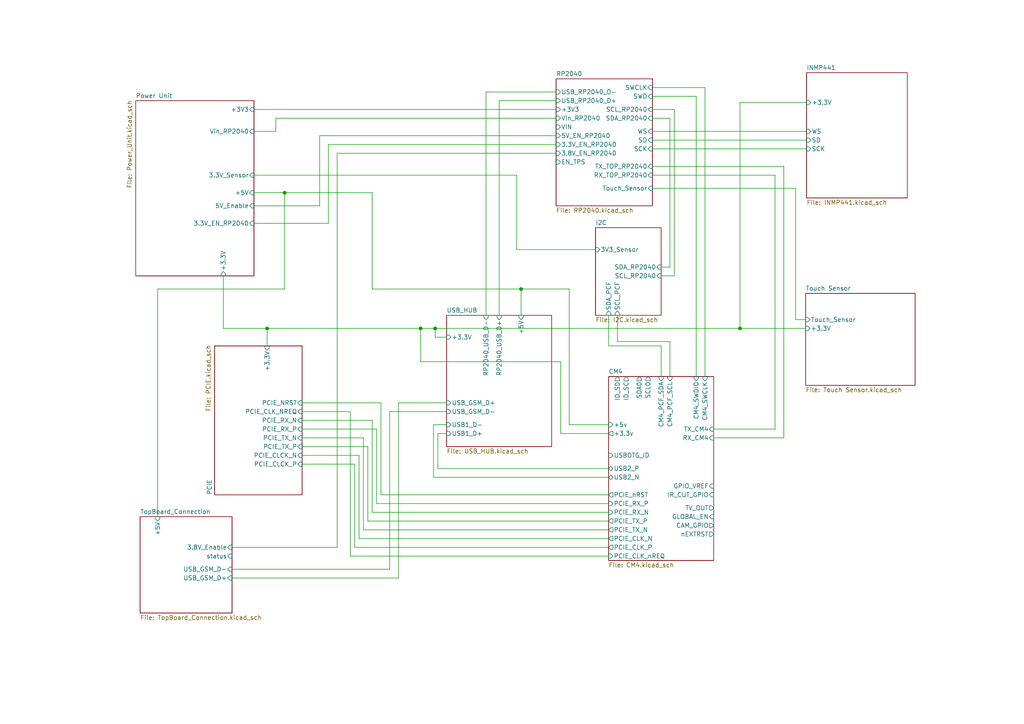
<source format=kicad_sch>
(kicad_sch
	(version 20231120)
	(generator "eeschema")
	(generator_version "8.0")
	(uuid "25e5aa8e-2696-44a3-8d3c-c2c53f2923cf")
	(paper "A4")
	(title_block
		(title "CamTracker")
		(date "2022-09-20")
		(rev "REV1")
		(company "SmartEQ Bilisim")
	)
	(lib_symbols)
	(junction
		(at 121.9908 95.25)
		(diameter 0)
		(color 0 0 0 0)
		(uuid "3de310e4-efe2-4d6e-9457-cac5d57ba030")
	)
	(junction
		(at 77.47 95.25)
		(diameter 0)
		(color 0 0 0 0)
		(uuid "42ee1a36-6b96-4057-8f9b-30a2b9dadc54")
	)
	(junction
		(at 82.55 55.88)
		(diameter 0)
		(color 0 0 0 0)
		(uuid "43651d21-71de-4ae8-b0b8-1ff6ea5b9b28")
	)
	(junction
		(at 214.63 95.25)
		(diameter 0)
		(color 0 0 0 0)
		(uuid "a022223e-0dd0-4803-8445-d7abdcdea753")
	)
	(junction
		(at 151.13 83.82)
		(diameter 0)
		(color 0 0 0 0)
		(uuid "b44ec770-8b28-49a1-9139-f70a9ef8385d")
	)
	(junction
		(at 126.2231 95.25)
		(diameter 0)
		(color 0 0 0 0)
		(uuid "c09a1748-6fe3-4a62-996f-185136caf6b9")
	)
	(wire
		(pts
			(xy 101.6 119.38) (xy 87.63 119.38)
		)
		(stroke
			(width 0)
			(type default)
		)
		(uuid "03f519bb-7c62-4b6b-a2f2-c60882545b17")
	)
	(wire
		(pts
			(xy 110.49 116.84) (xy 87.63 116.84)
		)
		(stroke
			(width 0)
			(type default)
		)
		(uuid "05415c3b-03b0-4c69-97c0-3c855838e16e")
	)
	(wire
		(pts
			(xy 113.03 119.38) (xy 129.54 119.38)
		)
		(stroke
			(width 0)
			(type default)
		)
		(uuid "0846c369-15df-42a1-99e1-476fcf0e5378")
	)
	(wire
		(pts
			(xy 67.31 165.1) (xy 113.03 165.1)
		)
		(stroke
			(width 0)
			(type default)
		)
		(uuid "0886d2ec-bc64-4e34-b033-f9174ff7204b")
	)
	(wire
		(pts
			(xy 189.23 27.94) (xy 201.93 27.94)
		)
		(stroke
			(width 0)
			(type default)
		)
		(uuid "09a84b52-4e71-4e98-a7df-a91449300631")
	)
	(wire
		(pts
			(xy 176.53 143.51) (xy 110.49 143.51)
		)
		(stroke
			(width 0)
			(type default)
		)
		(uuid "09b5f30c-a1a6-4361-855d-14f2db929778")
	)
	(wire
		(pts
			(xy 195.58 80.01) (xy 195.58 31.75)
		)
		(stroke
			(width 0)
			(type default)
		)
		(uuid "0c8c1ea5-fe8a-4bf5-8a70-64c4d50f7e43")
	)
	(wire
		(pts
			(xy 189.23 43.18) (xy 233.934 43.18)
		)
		(stroke
			(width 0)
			(type default)
		)
		(uuid "0dee9125-44f2-467d-b6da-d7f7aadb9447")
	)
	(wire
		(pts
			(xy 125.73 123.19) (xy 129.54 123.19)
		)
		(stroke
			(width 0)
			(type default)
		)
		(uuid "0e921fad-7ac7-4abc-9220-a4fcbfbe3081")
	)
	(wire
		(pts
			(xy 97.79 44.45) (xy 161.29 44.45)
		)
		(stroke
			(width 0)
			(type default)
		)
		(uuid "10051d31-88ed-4419-9b3f-48785e0d52de")
	)
	(wire
		(pts
			(xy 77.47 95.25) (xy 77.47 100.33)
		)
		(stroke
			(width 0)
			(type default)
		)
		(uuid "1174824b-c058-47fc-8ca6-1778fbf78a84")
	)
	(wire
		(pts
			(xy 176.53 148.59) (xy 107.95 148.59)
		)
		(stroke
			(width 0)
			(type default)
		)
		(uuid "123389bb-e212-44a2-9c85-0d3c0638195f")
	)
	(wire
		(pts
			(xy 194.31 109.22) (xy 194.31 99.06)
		)
		(stroke
			(width 0)
			(type default)
		)
		(uuid "12415896-c7d5-4919-b2d2-1df50f615941")
	)
	(wire
		(pts
			(xy 97.79 158.75) (xy 67.31 158.75)
		)
		(stroke
			(width 0)
			(type default)
		)
		(uuid "1625ddf4-9833-4894-899a-1d4af2723184")
	)
	(wire
		(pts
			(xy 106.68 129.54) (xy 87.63 129.54)
		)
		(stroke
			(width 0)
			(type default)
		)
		(uuid "18677b1a-f0d1-4c02-b214-51260999e6d1")
	)
	(wire
		(pts
			(xy 214.63 95.25) (xy 233.68 95.25)
		)
		(stroke
			(width 0)
			(type default)
		)
		(uuid "18ffaaf6-c5f0-44c1-867c-494487439b3d")
	)
	(wire
		(pts
			(xy 162.6437 104.9075) (xy 122.0316 104.9075)
		)
		(stroke
			(width 0)
			(type default)
		)
		(uuid "19ae3fc9-3e25-4212-9f1a-c06655b6fe47")
	)
	(wire
		(pts
			(xy 92.71 39.37) (xy 161.29 39.37)
		)
		(stroke
			(width 0)
			(type default)
		)
		(uuid "1a8fdd25-3caf-4724-a535-70c5893d89cf")
	)
	(wire
		(pts
			(xy 151.13 83.82) (xy 107.95 83.82)
		)
		(stroke
			(width 0)
			(type default)
		)
		(uuid "1ab3020c-7b52-44e1-9025-dd006e65598f")
	)
	(wire
		(pts
			(xy 189.23 38.1) (xy 233.934 38.1)
		)
		(stroke
			(width 0)
			(type default)
		)
		(uuid "1bbd0120-a48e-4178-a35f-6fc43b1d1fce")
	)
	(wire
		(pts
			(xy 45.72 83.82) (xy 82.55 83.82)
		)
		(stroke
			(width 0)
			(type default)
		)
		(uuid "1bf69e9d-58c8-4a9f-be22-2c5d0085652e")
	)
	(wire
		(pts
			(xy 115.57 116.84) (xy 129.54 116.84)
		)
		(stroke
			(width 0)
			(type default)
		)
		(uuid "1f73fafd-71f5-4366-887b-988e7f50ad5c")
	)
	(wire
		(pts
			(xy 161.29 34.29) (xy 80.01 34.29)
		)
		(stroke
			(width 0)
			(type default)
		)
		(uuid "2110574b-70bf-494c-949d-842d9fd2e86a")
	)
	(wire
		(pts
			(xy 127 135.89) (xy 127 125.73)
		)
		(stroke
			(width 0)
			(type default)
		)
		(uuid "21c04af6-a427-4947-b590-16f6e78f7505")
	)
	(wire
		(pts
			(xy 126.2231 97.79) (xy 129.54 97.79)
		)
		(stroke
			(width 0)
			(type default)
		)
		(uuid "25dcc88a-e196-485e-b78f-7e4fa9de8ee9")
	)
	(wire
		(pts
			(xy 95.25 41.91) (xy 161.29 41.91)
		)
		(stroke
			(width 0)
			(type default)
		)
		(uuid "2708e682-685b-42c2-8c28-c202941ad212")
	)
	(wire
		(pts
			(xy 126.2231 95.25) (xy 214.63 95.25)
		)
		(stroke
			(width 0)
			(type default)
		)
		(uuid "279b217d-df59-40dc-9190-7d8d9933ad5b")
	)
	(wire
		(pts
			(xy 82.55 83.82) (xy 82.55 55.88)
		)
		(stroke
			(width 0)
			(type default)
		)
		(uuid "2a9c27fc-85b9-4c7c-bc0c-253df9945804")
	)
	(wire
		(pts
			(xy 92.71 59.69) (xy 92.71 39.37)
		)
		(stroke
			(width 0)
			(type default)
		)
		(uuid "2e682f21-99e8-4895-9a3b-c75a989b2055")
	)
	(wire
		(pts
			(xy 176.53 125.73) (xy 162.6437 125.73)
		)
		(stroke
			(width 0)
			(type default)
		)
		(uuid "2fe550b9-6135-4770-be68-1e0999659d95")
	)
	(wire
		(pts
			(xy 64.77 95.25) (xy 77.47 95.25)
		)
		(stroke
			(width 0)
			(type default)
		)
		(uuid "30dad837-1f1b-4ee4-9e86-f2fa34e689be")
	)
	(wire
		(pts
			(xy 176.53 161.29) (xy 101.6 161.29)
		)
		(stroke
			(width 0)
			(type default)
		)
		(uuid "31eb1b74-fc1f-4166-98ac-da2052d1ac07")
	)
	(wire
		(pts
			(xy 194.31 99.06) (xy 179.07 99.06)
		)
		(stroke
			(width 0)
			(type default)
		)
		(uuid "35319e9e-474a-4451-8fbb-699259edf642")
	)
	(wire
		(pts
			(xy 189.23 31.75) (xy 195.58 31.75)
		)
		(stroke
			(width 0)
			(type default)
		)
		(uuid "36afa14e-f150-40e6-8bae-8c450590c0b4")
	)
	(wire
		(pts
			(xy 127 135.89) (xy 176.53 135.89)
		)
		(stroke
			(width 0)
			(type default)
		)
		(uuid "387e9f6b-3ffd-48b9-b3b4-7d047a52992c")
	)
	(wire
		(pts
			(xy 109.22 124.46) (xy 87.63 124.46)
		)
		(stroke
			(width 0)
			(type default)
		)
		(uuid "403d6e52-f7b3-43da-942e-614925838c47")
	)
	(wire
		(pts
			(xy 73.66 59.69) (xy 92.71 59.69)
		)
		(stroke
			(width 0)
			(type default)
		)
		(uuid "40ab7f4c-9404-4ac2-ab8e-7a90f485b8fd")
	)
	(wire
		(pts
			(xy 176.53 91.44) (xy 176.53 100.33)
		)
		(stroke
			(width 0)
			(type default)
		)
		(uuid "40fa41cb-b56f-44f8-a7ab-c73c5494d120")
	)
	(wire
		(pts
			(xy 194.31 77.47) (xy 191.77 77.47)
		)
		(stroke
			(width 0)
			(type default)
		)
		(uuid "447b1905-adba-477e-a4c9-9e194c43fa32")
	)
	(wire
		(pts
			(xy 140.97 26.67) (xy 161.29 26.67)
		)
		(stroke
			(width 0)
			(type default)
		)
		(uuid "49de4cb9-e192-4350-8a5a-8b1e1b64c762")
	)
	(wire
		(pts
			(xy 107.95 148.59) (xy 107.95 121.92)
		)
		(stroke
			(width 0)
			(type default)
		)
		(uuid "4aabaf2e-be22-4bff-84dc-d7335c2e2202")
	)
	(wire
		(pts
			(xy 106.68 151.13) (xy 106.68 129.54)
		)
		(stroke
			(width 0)
			(type default)
		)
		(uuid "4b4f0b7f-1806-40ee-8fab-8e861305d2d5")
	)
	(wire
		(pts
			(xy 189.23 40.64) (xy 233.934 40.64)
		)
		(stroke
			(width 0)
			(type default)
		)
		(uuid "4c7f4fef-ee5d-4595-8fe9-d13fe702b5b6")
	)
	(wire
		(pts
			(xy 82.55 55.88) (xy 73.66 55.88)
		)
		(stroke
			(width 0)
			(type default)
		)
		(uuid "507bde0d-26c0-4424-98b0-45e23955f05a")
	)
	(wire
		(pts
			(xy 176.53 100.33) (xy 191.77 100.33)
		)
		(stroke
			(width 0)
			(type default)
		)
		(uuid "5118639c-d8cb-44e4-ac88-c755012eb7b2")
	)
	(wire
		(pts
			(xy 207.01 127) (xy 227.33 127)
		)
		(stroke
			(width 0)
			(type default)
		)
		(uuid "514ccd4a-d3bd-4267-a22a-62809d3a8a31")
	)
	(wire
		(pts
			(xy 101.6 161.29) (xy 101.6 119.38)
		)
		(stroke
			(width 0)
			(type default)
		)
		(uuid "51a062b5-d1e2-4b24-b439-df8d85bb31b5")
	)
	(wire
		(pts
			(xy 73.66 64.77) (xy 95.25 64.77)
		)
		(stroke
			(width 0)
			(type default)
		)
		(uuid "5556bca5-8d49-4fcd-9adf-20b755c799fe")
	)
	(wire
		(pts
			(xy 67.31 167.64) (xy 115.57 167.64)
		)
		(stroke
			(width 0)
			(type default)
		)
		(uuid "5711e66d-bb5f-45b8-9808-34d2985e2ed6")
	)
	(wire
		(pts
			(xy 121.9908 95.25) (xy 126.2231 95.25)
		)
		(stroke
			(width 0)
			(type default)
		)
		(uuid "57b32829-59d6-403c-be63-0d965700b112")
	)
	(wire
		(pts
			(xy 64.77 80.01) (xy 64.77 95.25)
		)
		(stroke
			(width 0)
			(type default)
		)
		(uuid "5a2fbec4-8f1f-4e20-8c6c-051c3c69c001")
	)
	(wire
		(pts
			(xy 107.95 55.88) (xy 82.55 55.88)
		)
		(stroke
			(width 0)
			(type default)
		)
		(uuid "5f357612-97cb-4e2a-b5b4-f32b0f7b7c2c")
	)
	(wire
		(pts
			(xy 201.93 27.94) (xy 201.93 109.22)
		)
		(stroke
			(width 0)
			(type default)
		)
		(uuid "5ff28785-4594-45e5-8438-f9f24231d21a")
	)
	(wire
		(pts
			(xy 176.53 153.67) (xy 105.41 153.67)
		)
		(stroke
			(width 0)
			(type default)
		)
		(uuid "60bf2342-c4b7-4de6-8626-4f941754047a")
	)
	(wire
		(pts
			(xy 233.934 29.718) (xy 214.63 29.718)
		)
		(stroke
			(width 0)
			(type default)
		)
		(uuid "6354635d-95be-4544-a577-3f5b349b50e2")
	)
	(wire
		(pts
			(xy 104.14 132.08) (xy 87.63 132.08)
		)
		(stroke
			(width 0)
			(type default)
		)
		(uuid "643b3f92-190d-4c85-a1c8-02607902dcb0")
	)
	(wire
		(pts
			(xy 194.31 34.29) (xy 194.31 77.47)
		)
		(stroke
			(width 0)
			(type default)
		)
		(uuid "65b7a8d7-e49d-432a-b4cc-23092a11d9e7")
	)
	(wire
		(pts
			(xy 224.79 50.8) (xy 224.79 124.46)
		)
		(stroke
			(width 0)
			(type default)
		)
		(uuid "66910d01-b7b2-4c64-9b7d-627a5fd9c3da")
	)
	(wire
		(pts
			(xy 140.97 26.67) (xy 140.97 91.44)
		)
		(stroke
			(width 0)
			(type default)
		)
		(uuid "67d85d14-f41e-4947-a5de-ef23bd21f100")
	)
	(wire
		(pts
			(xy 151.13 91.44) (xy 151.13 83.82)
		)
		(stroke
			(width 0)
			(type default)
		)
		(uuid "6b67c7e0-0512-483e-84c4-d3be6e2b9557")
	)
	(wire
		(pts
			(xy 73.66 50.8) (xy 149.86 50.8)
		)
		(stroke
			(width 0)
			(type default)
		)
		(uuid "6ebe907a-f7ce-4054-b7cc-56cb23fe31f0")
	)
	(wire
		(pts
			(xy 162.6437 125.73) (xy 162.6437 104.9075)
		)
		(stroke
			(width 0)
			(type default)
		)
		(uuid "708d2a01-bed7-435f-9e55-4719af8a132f")
	)
	(wire
		(pts
			(xy 191.77 100.33) (xy 191.77 109.22)
		)
		(stroke
			(width 0)
			(type default)
		)
		(uuid "72607ace-994f-4d6d-9e73-75cee1d69f87")
	)
	(wire
		(pts
			(xy 95.25 64.77) (xy 95.25 41.91)
		)
		(stroke
			(width 0)
			(type default)
		)
		(uuid "7324f59c-e84c-4300-9e2f-5274d2e28a1f")
	)
	(wire
		(pts
			(xy 176.53 156.21) (xy 104.14 156.21)
		)
		(stroke
			(width 0)
			(type default)
		)
		(uuid "7688d54f-4b46-4c41-b07d-1dfd7a65e55f")
	)
	(wire
		(pts
			(xy 121.9908 97.79) (xy 122.0316 97.79)
		)
		(stroke
			(width 0)
			(type default)
		)
		(uuid "7dd9c6fa-1573-41db-ab43-f83ff21f17b5")
	)
	(wire
		(pts
			(xy 191.77 80.01) (xy 195.58 80.01)
		)
		(stroke
			(width 0)
			(type default)
		)
		(uuid "8051e80d-932f-423b-8995-5c0ae356ac06")
	)
	(wire
		(pts
			(xy 113.03 165.1) (xy 113.03 119.38)
		)
		(stroke
			(width 0)
			(type default)
		)
		(uuid "82a7dfd7-8fe2-4fad-b4b4-47de29ea616c")
	)
	(wire
		(pts
			(xy 194.31 34.29) (xy 189.23 34.29)
		)
		(stroke
			(width 0)
			(type default)
		)
		(uuid "85c75964-8d87-47ec-81f7-6ce3a21a6d13")
	)
	(wire
		(pts
			(xy 165.1 83.82) (xy 151.13 83.82)
		)
		(stroke
			(width 0)
			(type default)
		)
		(uuid "87618a1a-2219-4ed0-9b0e-90109bb78ce2")
	)
	(wire
		(pts
			(xy 230.7492 92.71) (xy 233.68 92.71)
		)
		(stroke
			(width 0)
			(type default)
		)
		(uuid "87ddc642-ff50-4196-81d3-ab0186806276")
	)
	(wire
		(pts
			(xy 189.23 50.8) (xy 224.79 50.8)
		)
		(stroke
			(width 0)
			(type default)
		)
		(uuid "88f63d85-e1ee-4cdd-a7ad-3e67e9ec26e1")
	)
	(wire
		(pts
			(xy 105.41 127) (xy 87.63 127)
		)
		(stroke
			(width 0)
			(type default)
		)
		(uuid "972b3518-ce4b-44f1-951f-3a52c19eabbe")
	)
	(wire
		(pts
			(xy 227.33 127) (xy 227.33 48.26)
		)
		(stroke
			(width 0)
			(type default)
		)
		(uuid "99f76467-fdb3-4e45-a1b3-d948d38fcfa9")
	)
	(wire
		(pts
			(xy 144.78 29.21) (xy 144.78 91.44)
		)
		(stroke
			(width 0)
			(type default)
		)
		(uuid "9c67971e-14ea-491b-8734-57429f4e2395")
	)
	(wire
		(pts
			(xy 102.87 134.62) (xy 87.63 134.62)
		)
		(stroke
			(width 0)
			(type default)
		)
		(uuid "9d258ba2-1b5c-40fa-b815-e4a5cafc60db")
	)
	(wire
		(pts
			(xy 45.72 149.86) (xy 45.72 83.82)
		)
		(stroke
			(width 0)
			(type default)
		)
		(uuid "9d637243-c449-4418-929e-ecb594170cf4")
	)
	(wire
		(pts
			(xy 104.14 156.21) (xy 104.14 132.08)
		)
		(stroke
			(width 0)
			(type default)
		)
		(uuid "a62b28ab-c9c5-4a25-8fcf-86a307671a3e")
	)
	(wire
		(pts
			(xy 115.57 167.64) (xy 115.57 116.84)
		)
		(stroke
			(width 0)
			(type default)
		)
		(uuid "a747e60c-83ac-4868-bd85-2ecda96dc400")
	)
	(wire
		(pts
			(xy 179.07 99.06) (xy 179.07 91.44)
		)
		(stroke
			(width 0)
			(type default)
		)
		(uuid "aa3c719d-aeea-4c58-aadd-88f0407f922a")
	)
	(wire
		(pts
			(xy 204.47 25.4) (xy 204.47 109.22)
		)
		(stroke
			(width 0)
			(type default)
		)
		(uuid "af1d1e25-12cd-4036-9aa2-b3f58c7c3eeb")
	)
	(wire
		(pts
			(xy 80.01 38.1) (xy 73.66 38.1)
		)
		(stroke
			(width 0)
			(type default)
		)
		(uuid "b0f92301-1118-415c-a00d-8bcb67f415c3")
	)
	(wire
		(pts
			(xy 109.22 146.05) (xy 109.22 124.46)
		)
		(stroke
			(width 0)
			(type default)
		)
		(uuid "b6d5d99a-11f6-4011-aa4e-0f5dffa0e2c9")
	)
	(wire
		(pts
			(xy 105.41 153.67) (xy 105.41 127)
		)
		(stroke
			(width 0)
			(type default)
		)
		(uuid "bc5eed40-81a1-43c3-957a-85c022bed129")
	)
	(wire
		(pts
			(xy 189.23 54.61) (xy 230.7492 54.61)
		)
		(stroke
			(width 0)
			(type default)
		)
		(uuid "bcb0cda8-1fbd-402f-897b-6daf806d9ee5")
	)
	(wire
		(pts
			(xy 189.23 48.26) (xy 227.33 48.26)
		)
		(stroke
			(width 0)
			(type default)
		)
		(uuid "bcc04fba-91f1-44e7-9af2-2e8e82931d12")
	)
	(wire
		(pts
			(xy 176.53 151.13) (xy 106.68 151.13)
		)
		(stroke
			(width 0)
			(type default)
		)
		(uuid "bd5c3252-3881-45a1-905f-f3d2eb3ba454")
	)
	(wire
		(pts
			(xy 189.23 25.4) (xy 204.47 25.4)
		)
		(stroke
			(width 0)
			(type default)
		)
		(uuid "bf3e369c-93ad-4e32-b7d0-0fb2730e2035")
	)
	(wire
		(pts
			(xy 125.73 138.43) (xy 176.53 138.43)
		)
		(stroke
			(width 0)
			(type default)
		)
		(uuid "c1960e59-1ad1-4b37-9840-ecf1f37c3865")
	)
	(wire
		(pts
			(xy 176.53 158.75) (xy 102.87 158.75)
		)
		(stroke
			(width 0)
			(type default)
		)
		(uuid "c4a320a6-746c-494f-8b05-dcb4baf99692")
	)
	(wire
		(pts
			(xy 149.86 72.39) (xy 149.86 50.8)
		)
		(stroke
			(width 0)
			(type default)
		)
		(uuid "c53861a9-17f6-4068-8c8f-d110f7d319fd")
	)
	(wire
		(pts
			(xy 121.9908 95.25) (xy 121.9908 97.79)
		)
		(stroke
			(width 0)
			(type default)
		)
		(uuid "c5895d10-2e5c-4648-8922-b22ef34ed063")
	)
	(wire
		(pts
			(xy 176.53 123.19) (xy 165.1 123.19)
		)
		(stroke
			(width 0)
			(type default)
		)
		(uuid "c6e2a686-dc12-4289-9d77-32a0bbe88c13")
	)
	(wire
		(pts
			(xy 110.49 143.51) (xy 110.49 116.84)
		)
		(stroke
			(width 0)
			(type default)
		)
		(uuid "c7ef770a-4d69-419f-9d7d-0258c3fcc9d5")
	)
	(wire
		(pts
			(xy 127 125.73) (xy 129.54 125.73)
		)
		(stroke
			(width 0)
			(type default)
		)
		(uuid "cb1fc376-7dd0-4f06-838a-33c79f6c7387")
	)
	(wire
		(pts
			(xy 126.2231 95.25) (xy 126.2231 97.79)
		)
		(stroke
			(width 0)
			(type default)
		)
		(uuid "cc633cc1-fae0-4f3b-9f5f-27088c649cd0")
	)
	(wire
		(pts
			(xy 73.66 31.75) (xy 161.29 31.75)
		)
		(stroke
			(width 0)
			(type default)
		)
		(uuid "d07f27f0-f3ef-4cb8-ac74-3ff388755406")
	)
	(wire
		(pts
			(xy 214.63 29.718) (xy 214.63 95.25)
		)
		(stroke
			(width 0)
			(type default)
		)
		(uuid "db9d0d92-16ee-4962-8dd5-9cf1133a0458")
	)
	(wire
		(pts
			(xy 102.87 158.75) (xy 102.87 134.62)
		)
		(stroke
			(width 0)
			(type default)
		)
		(uuid "dba8a864-70f5-41bd-b300-ce62b6e67414")
	)
	(wire
		(pts
			(xy 230.7492 54.61) (xy 230.7492 92.71)
		)
		(stroke
			(width 0)
			(type default)
		)
		(uuid "e0fe0e51-084f-4bde-a929-56f13b7d1c11")
	)
	(wire
		(pts
			(xy 77.47 95.25) (xy 121.9908 95.25)
		)
		(stroke
			(width 0)
			(type default)
		)
		(uuid "e491ba29-81a3-4d76-9190-73dc46bab822")
	)
	(wire
		(pts
			(xy 122.0316 104.9075) (xy 122.0316 97.79)
		)
		(stroke
			(width 0)
			(type default)
		)
		(uuid "e53c936a-eb2c-4604-9594-992d8ea97b4b")
	)
	(wire
		(pts
			(xy 107.95 83.82) (xy 107.95 55.88)
		)
		(stroke
			(width 0)
			(type default)
		)
		(uuid "e8e023f0-4dbe-4c20-af00-f261883129b4")
	)
	(wire
		(pts
			(xy 125.73 138.43) (xy 125.73 123.19)
		)
		(stroke
			(width 0)
			(type default)
		)
		(uuid "ee0fb778-a18d-4449-a528-5b375534587a")
	)
	(wire
		(pts
			(xy 107.95 121.92) (xy 87.63 121.92)
		)
		(stroke
			(width 0)
			(type default)
		)
		(uuid "f22d1b85-edd4-45dd-abab-88512ad974ee")
	)
	(wire
		(pts
			(xy 172.72 72.39) (xy 149.86 72.39)
		)
		(stroke
			(width 0)
			(type default)
		)
		(uuid "f4bb116e-cc54-429b-8201-b0a5724caaa7")
	)
	(wire
		(pts
			(xy 207.01 124.46) (xy 224.79 124.46)
		)
		(stroke
			(width 0)
			(type default)
		)
		(uuid "f716deb6-15eb-49bb-86b7-7e00537a8574")
	)
	(wire
		(pts
			(xy 165.1 123.19) (xy 165.1 83.82)
		)
		(stroke
			(width 0)
			(type default)
		)
		(uuid "f9564a59-669e-4b47-b70a-71a51ba4351b")
	)
	(wire
		(pts
			(xy 144.78 29.21) (xy 161.29 29.21)
		)
		(stroke
			(width 0)
			(type default)
		)
		(uuid "fe69f8f4-142f-47d9-98be-267c91e2ba53")
	)
	(wire
		(pts
			(xy 97.79 44.45) (xy 97.79 158.75)
		)
		(stroke
			(width 0)
			(type default)
		)
		(uuid "feaaf815-65f9-404f-9d8f-69b369c3cb43")
	)
	(wire
		(pts
			(xy 176.53 146.05) (xy 109.22 146.05)
		)
		(stroke
			(width 0)
			(type default)
		)
		(uuid "ff6c5c34-c6a1-48f0-8d50-9d1671df817a")
	)
	(wire
		(pts
			(xy 80.01 34.29) (xy 80.01 38.1)
		)
		(stroke
			(width 0)
			(type default)
		)
		(uuid "ff81075e-7686-4f75-a390-297351818a28")
	)
	(sheet
		(at 161.29 22.86)
		(size 27.94 36.83)
		(fields_autoplaced yes)
		(stroke
			(width 0.1524)
			(type solid)
		)
		(fill
			(color 0 0 0 0.0000)
		)
		(uuid "1147878d-87e6-4054-a960-524e5dd813b0")
		(property "Sheetname" "RP2040"
			(at 161.29 22.1484 0)
			(effects
				(font
					(size 1.27 1.27)
				)
				(justify left bottom)
			)
		)
		(property "Sheetfile" "RP2040.kicad_sch"
			(at 161.29 60.2746 0)
			(effects
				(font
					(size 1.27 1.27)
				)
				(justify left top)
			)
		)
		(pin "5V_EN_RP2040" input
			(at 161.29 39.37 180)
			(effects
				(font
					(size 1.27 1.27)
				)
				(justify left)
			)
			(uuid "18aa51b6-6450-4690-a3ee-ef722877f349")
		)
		(pin "3.3V_EN_RP2040" input
			(at 161.29 41.91 180)
			(effects
				(font
					(size 1.27 1.27)
				)
				(justify left)
			)
			(uuid "e7b0bb95-7660-4b0e-9423-43e2c79e8989")
		)
		(pin "3.8V_EN_RP2040" input
			(at 161.29 44.45 180)
			(effects
				(font
					(size 1.27 1.27)
				)
				(justify left)
			)
			(uuid "5ea38b6e-1f1d-4560-952d-46d0561a6f13")
		)
		(pin "+3V3" input
			(at 161.29 31.75 180)
			(effects
				(font
					(size 1.27 1.27)
				)
				(justify left)
			)
			(uuid "8f18b489-648d-45ea-8cee-02e77d2d7d63")
		)
		(pin "SDA_RP2040" input
			(at 189.23 34.29 0)
			(effects
				(font
					(size 1.27 1.27)
				)
				(justify right)
			)
			(uuid "4be6db95-e146-420b-aca1-cf754c128a3b")
		)
		(pin "SCL_RP2040" input
			(at 189.23 31.75 0)
			(effects
				(font
					(size 1.27 1.27)
				)
				(justify right)
			)
			(uuid "ac565da2-efea-4690-87fb-9a8ec7bfeeb0")
		)
		(pin "SWD" input
			(at 189.23 27.94 0)
			(effects
				(font
					(size 1.27 1.27)
				)
				(justify right)
			)
			(uuid "2355998a-3266-40d2-bab8-53569c5596bc")
		)
		(pin "SWCLK" input
			(at 189.23 25.4 0)
			(effects
				(font
					(size 1.27 1.27)
				)
				(justify right)
			)
			(uuid "d974afe9-cf34-4728-9406-fa2c3073360d")
		)
		(pin "VIN" input
			(at 161.29 36.83 180)
			(effects
				(font
					(size 1.27 1.27)
				)
				(justify left)
			)
			(uuid "cc716bd0-4abf-43b4-b162-4586fc1a08aa")
		)
		(pin "TX_TOP_RP2040" input
			(at 189.23 48.26 0)
			(effects
				(font
					(size 1.27 1.27)
				)
				(justify right)
			)
			(uuid "abeea0ae-86a7-4f8b-a645-6bf752aa4f48")
		)
		(pin "RX_TOP_RP2040" input
			(at 189.23 50.8 0)
			(effects
				(font
					(size 1.27 1.27)
				)
				(justify right)
			)
			(uuid "841e7abc-5593-4cb2-95d2-e2922c9ac72a")
		)
		(pin "EN_TPS" input
			(at 161.29 46.99 180)
			(effects
				(font
					(size 1.27 1.27)
				)
				(justify left)
			)
			(uuid "239d0ea3-5c30-4884-9763-2da4a0426078")
		)
		(pin "USB_RP2040_D+" input
			(at 161.29 29.21 180)
			(effects
				(font
					(size 1.27 1.27)
				)
				(justify left)
			)
			(uuid "86ebba87-6413-465f-9d62-7d663c80faf8")
		)
		(pin "USB_RP2040_D-" input
			(at 161.29 26.67 180)
			(effects
				(font
					(size 1.27 1.27)
				)
				(justify left)
			)
			(uuid "5986b0e3-4047-4ce8-a277-f638d88a4824")
		)
		(pin "Vin_RP2040" input
			(at 161.29 34.29 180)
			(effects
				(font
					(size 1.27 1.27)
				)
				(justify left)
			)
			(uuid "9e758653-b0f7-45c8-abec-3399c8b97628")
		)
		(pin "Touch_Sensor" input
			(at 189.23 54.61 0)
			(effects
				(font
					(size 1.27 1.27)
				)
				(justify right)
			)
			(uuid "cfe40f82-25bc-4973-a17b-af6ec48268c2")
		)
		(pin "WS" input
			(at 189.23 38.1 0)
			(effects
				(font
					(size 1.27 1.27)
				)
				(justify right)
			)
			(uuid "30775ac7-8b1a-4280-9798-2a3ff66651fb")
		)
		(pin "SD" input
			(at 189.23 40.64 0)
			(effects
				(font
					(size 1.27 1.27)
				)
				(justify right)
			)
			(uuid "e225bf90-ef87-43ef-8edb-320130473499")
		)
		(pin "SCK" input
			(at 189.23 43.18 0)
			(effects
				(font
					(size 1.27 1.27)
				)
				(justify right)
			)
			(uuid "201d94b8-d362-4a5b-a614-84aea99da66d")
		)
		(instances
			(project "RP2040_minimal"
				(path "/25e5aa8e-2696-44a3-8d3c-c2c53f2923cf"
					(page "5")
				)
			)
		)
	)
	(sheet
		(at 40.64 149.86)
		(size 26.67 27.94)
		(fields_autoplaced yes)
		(stroke
			(width 0.1524)
			(type solid)
		)
		(fill
			(color 0 0 0 0.0000)
		)
		(uuid "1988e811-771a-4880-9d51-b95ca24d711d")
		(property "Sheetname" "TopBoard_Connection"
			(at 40.64 149.1484 0)
			(effects
				(font
					(size 1.27 1.27)
				)
				(justify left bottom)
			)
		)
		(property "Sheetfile" "TopBoard_Connection.kicad_sch"
			(at 40.64 178.3846 0)
			(effects
				(font
					(size 1.27 1.27)
				)
				(justify left top)
			)
		)
		(pin "USB_GSM_D-" input
			(at 67.31 165.1 0)
			(effects
				(font
					(size 1.27 1.27)
				)
				(justify right)
			)
			(uuid "32715bd4-8848-4734-b747-c110bf99b2d0")
		)
		(pin "USB_GSM_D+" input
			(at 67.31 167.64 0)
			(effects
				(font
					(size 1.27 1.27)
				)
				(justify right)
			)
			(uuid "fc623207-25f3-43c7-aa50-e740a54d2231")
		)
		(pin "status" input
			(at 67.31 161.29 0)
			(effects
				(font
					(size 1.27 1.27)
				)
				(justify right)
			)
			(uuid "4399f390-c01c-4da4-a6e6-53e785b7aec9")
		)
		(pin "3.8V_Enable" input
			(at 67.31 158.75 0)
			(effects
				(font
					(size 1.27 1.27)
				)
				(justify right)
			)
			(uuid "943af582-4d27-4156-b3af-8cfe0d91abb5")
		)
		(pin "+5V" input
			(at 45.72 149.86 90)
			(effects
				(font
					(size 1.27 1.27)
				)
				(justify right)
			)
			(uuid "3aaa74f9-09f7-4176-a0e3-9913d230943e")
		)
		(instances
			(project "RP2040_minimal"
				(path "/25e5aa8e-2696-44a3-8d3c-c2c53f2923cf"
					(page "7")
				)
			)
		)
	)
	(sheet
		(at 62.23 100.33)
		(size 25.4 43.18)
		(stroke
			(width 0.1524)
			(type solid)
		)
		(fill
			(color 0 0 0 0.0000)
		)
		(uuid "2a74edf7-7aa3-4746-b45b-7d0642faf549")
		(property "Sheetname" "PCIE"
			(at 61.5184 143.51 90)
			(effects
				(font
					(size 1.27 1.27)
				)
				(justify left bottom)
			)
		)
		(property "Sheetfile" "PCIE.kicad_sch"
			(at 59.69 119.38 90)
			(effects
				(font
					(size 1.27 1.27)
				)
				(justify left top)
			)
		)
		(pin "PCIE_NRST" input
			(at 87.63 116.84 0)
			(effects
				(font
					(size 1.27 1.27)
				)
				(justify right)
			)
			(uuid "7940297c-e4ea-4af2-ab3a-359a059b084d")
		)
		(pin "PCIE_CLK_NREQ" input
			(at 87.63 119.38 0)
			(effects
				(font
					(size 1.27 1.27)
				)
				(justify right)
			)
			(uuid "cd9b05c4-4f19-421b-8de1-e34c457b6f7d")
		)
		(pin "PCIE_RX_N" input
			(at 87.63 121.92 0)
			(effects
				(font
					(size 1.27 1.27)
				)
				(justify right)
			)
			(uuid "17e8f9ed-ae6d-47f0-8d8f-b6e2dad9601c")
		)
		(pin "PCIE_RX_P" input
			(at 87.63 124.46 0)
			(effects
				(font
					(size 1.27 1.27)
				)
				(justify right)
			)
			(uuid "26d0b895-4f45-490f-8e50-256efeac6e84")
		)
		(pin "PCIE_TX_N" input
			(at 87.63 127 0)
			(effects
				(font
					(size 1.27 1.27)
				)
				(justify right)
			)
			(uuid "2383d429-8913-47e6-8b37-f3f753c7fc73")
		)
		(pin "PCIE_TX_P" input
			(at 87.63 129.54 0)
			(effects
				(font
					(size 1.27 1.27)
				)
				(justify right)
			)
			(uuid "5c816790-4912-46d2-804b-d2b197058014")
		)
		(pin "PCIE_CLCK_N" input
			(at 87.63 132.08 0)
			(effects
				(font
					(size 1.27 1.27)
				)
				(justify right)
			)
			(uuid "4246fb69-cab4-4bfd-998b-eccde7ec40c7")
		)
		(pin "PCIE_CLCK_P" input
			(at 87.63 134.62 0)
			(effects
				(font
					(size 1.27 1.27)
				)
				(justify right)
			)
			(uuid "cd86600d-e9a0-46ae-86e2-be8eca66085d")
		)
		(pin "+3.3V" input
			(at 77.47 100.33 90)
			(effects
				(font
					(size 1.27 1.27)
				)
				(justify right)
			)
			(uuid "f2f631b3-c05c-4f8e-8b54-0f604acecbe2")
		)
		(instances
			(project "RP2040_minimal"
				(path "/25e5aa8e-2696-44a3-8d3c-c2c53f2923cf"
					(page "8")
				)
			)
		)
	)
	(sheet
		(at 172.72 66.04)
		(size 19.05 25.4)
		(fields_autoplaced yes)
		(stroke
			(width 0.1524)
			(type solid)
		)
		(fill
			(color 0 0 0 0.0000)
		)
		(uuid "383fcf5a-65f6-49c3-bf77-797c72e18f88")
		(property "Sheetname" "I2C"
			(at 172.72 65.3284 0)
			(effects
				(font
					(size 1.27 1.27)
				)
				(justify left bottom)
			)
		)
		(property "Sheetfile" "I2C.kicad_sch"
			(at 172.72 92.0246 0)
			(effects
				(font
					(size 1.27 1.27)
				)
				(justify left top)
			)
		)
		(pin "3V3_Sensor" input
			(at 172.72 72.39 180)
			(effects
				(font
					(size 1.27 1.27)
				)
				(justify left)
			)
			(uuid "728e027d-a628-48dc-9a8f-1c08568d5e81")
		)
		(pin "SCL_PCF" input
			(at 179.07 91.44 270)
			(effects
				(font
					(size 1.27 1.27)
				)
				(justify left)
			)
			(uuid "46e205e1-beed-4e6b-97b0-71c19cf21a90")
		)
		(pin "SDA_PCF" input
			(at 176.53 91.44 270)
			(effects
				(font
					(size 1.27 1.27)
				)
				(justify left)
			)
			(uuid "c8712166-19aa-4a2d-8593-811f75b86eec")
		)
		(pin "SDA_RP2040" input
			(at 191.77 77.47 0)
			(effects
				(font
					(size 1.27 1.27)
				)
				(justify right)
			)
			(uuid "a8f731b9-12dd-47f8-8a64-8eac55274db3")
		)
		(pin "SCL_RP2040" input
			(at 191.77 80.01 0)
			(effects
				(font
					(size 1.27 1.27)
				)
				(justify right)
			)
			(uuid "e01e352b-99e3-4ce5-a47d-4cccdfc74af8")
		)
		(instances
			(project "RP2040_minimal"
				(path "/25e5aa8e-2696-44a3-8d3c-c2c53f2923cf"
					(page "8")
				)
			)
		)
	)
	(sheet
		(at 233.68 85.09)
		(size 31.75 26.67)
		(fields_autoplaced yes)
		(stroke
			(width 0.1524)
			(type solid)
		)
		(fill
			(color 0 0 0 0.0000)
		)
		(uuid "7030b9d7-faae-4a7e-ad9a-f98295ae3410")
		(property "Sheetname" "Touch Sensor"
			(at 233.68 84.3784 0)
			(effects
				(font
					(size 1.27 1.27)
				)
				(justify left bottom)
			)
		)
		(property "Sheetfile" "Touch Sensor.kicad_sch"
			(at 233.68 112.3446 0)
			(effects
				(font
					(size 1.27 1.27)
				)
				(justify left top)
			)
		)
		(pin "+3.3V" input
			(at 233.68 95.25 180)
			(effects
				(font
					(size 1.27 1.27)
				)
				(justify left)
			)
			(uuid "b9e5a864-3701-4899-bd28-859f0a8b544e")
		)
		(pin "Touch_Sensor" input
			(at 233.68 92.71 180)
			(effects
				(font
					(size 1.27 1.27)
				)
				(justify left)
			)
			(uuid "3a12a567-dc08-4098-83d5-61eff5266369")
		)
		(instances
			(project "RP2040_minimal"
				(path "/25e5aa8e-2696-44a3-8d3c-c2c53f2923cf"
					(page "9")
				)
			)
		)
	)
	(sheet
		(at 233.934 21.082)
		(size 29.21 36.322)
		(fields_autoplaced yes)
		(stroke
			(width 0.1524)
			(type solid)
		)
		(fill
			(color 0 0 0 0.0000)
		)
		(uuid "8cd58bda-79df-45a6-ae5f-925c75204272")
		(property "Sheetname" "INMP441"
			(at 233.934 20.3704 0)
			(effects
				(font
					(size 1.27 1.27)
				)
				(justify left bottom)
			)
		)
		(property "Sheetfile" "INMP441.kicad_sch"
			(at 233.934 57.9886 0)
			(effects
				(font
					(size 1.27 1.27)
				)
				(justify left top)
			)
		)
		(pin "+3.3V" input
			(at 233.934 29.718 180)
			(effects
				(font
					(size 1.27 1.27)
				)
				(justify left)
			)
			(uuid "9e4450cc-b9e6-4752-a169-29c8eead1225")
		)
		(pin "SCK" input
			(at 233.934 43.18 180)
			(effects
				(font
					(size 1.27 1.27)
				)
				(justify left)
			)
			(uuid "0506ae69-3cce-4fd7-8d5a-a6ccc8785689")
		)
		(pin "WS" input
			(at 233.934 38.1 180)
			(effects
				(font
					(size 1.27 1.27)
				)
				(justify left)
			)
			(uuid "12b7650b-64f0-4575-82bd-d79936c9c2d1")
		)
		(pin "SD" input
			(at 233.934 40.64 180)
			(effects
				(font
					(size 1.27 1.27)
				)
				(justify left)
			)
			(uuid "5d8a4293-c8a9-4d20-911a-e184f65b7333")
		)
		(instances
			(project "RP2040_minimal"
				(path "/25e5aa8e-2696-44a3-8d3c-c2c53f2923cf"
					(page "10")
				)
			)
		)
	)
	(sheet
		(at 129.54 91.44)
		(size 30.48 38.1)
		(fields_autoplaced yes)
		(stroke
			(width 0.1524)
			(type solid)
		)
		(fill
			(color 0 0 0 0.0000)
		)
		(uuid "be9054fb-4f51-4e84-a213-a31d6a22fbd4")
		(property "Sheetname" "USB_HUB"
			(at 129.54 90.7284 0)
			(effects
				(font
					(size 1.27 1.27)
				)
				(justify left bottom)
			)
		)
		(property "Sheetfile" "USB_HUB.kicad_sch"
			(at 129.54 130.1246 0)
			(effects
				(font
					(size 1.27 1.27)
				)
				(justify left top)
			)
		)
		(pin "USB_GSM_D+" input
			(at 129.54 116.84 180)
			(effects
				(font
					(size 1.27 1.27)
				)
				(justify left)
			)
			(uuid "5cc612dc-3923-41c6-a084-153320c27ca1")
		)
		(pin "USB_GSM_D-" input
			(at 129.54 119.38 180)
			(effects
				(font
					(size 1.27 1.27)
				)
				(justify left)
			)
			(uuid "dc2a7d26-5435-4efe-8ef6-f98f682ec8dc")
		)
		(pin "RP2040_USB_D+" input
			(at 144.78 91.44 90)
			(effects
				(font
					(size 1.27 1.27)
				)
				(justify right)
			)
			(uuid "56bf4180-0a97-4cde-85c0-6646876d4b56")
		)
		(pin "RP2040_USB_D-" input
			(at 140.97 91.44 90)
			(effects
				(font
					(size 1.27 1.27)
				)
				(justify right)
			)
			(uuid "161de0eb-c9e5-4f5b-9efa-98d7d68a1f06")
		)
		(pin "USB1_D+" input
			(at 129.54 125.73 180)
			(effects
				(font
					(size 1.27 1.27)
				)
				(justify left)
			)
			(uuid "c596bacf-0e9b-4e8a-927c-d1ed40b83e1a")
		)
		(pin "USB1_D-" input
			(at 129.54 123.19 180)
			(effects
				(font
					(size 1.27 1.27)
				)
				(justify left)
			)
			(uuid "405e6773-e059-4cf9-97be-439e82af2ca0")
		)
		(pin "+5V" input
			(at 151.13 91.44 90)
			(effects
				(font
					(size 1.27 1.27)
				)
				(justify right)
			)
			(uuid "9a95a7a9-4132-425a-9233-daba1dbdc8af")
		)
		(pin "+3.3V" input
			(at 129.54 97.79 180)
			(effects
				(font
					(size 1.27 1.27)
				)
				(justify left)
			)
			(uuid "443f248a-ce10-468b-82b1-2192312c0593")
		)
		(instances
			(project "RP2040_minimal"
				(path "/25e5aa8e-2696-44a3-8d3c-c2c53f2923cf"
					(page "3")
				)
			)
		)
	)
	(sheet
		(at 39.37 29.21)
		(size 34.29 50.8)
		(stroke
			(width 0.1524)
			(type solid)
		)
		(fill
			(color 0 0 0 0.0000)
		)
		(uuid "c678bd8c-5c82-4d82-9e56-953defc53f40")
		(property "Sheetname" "Power Unit"
			(at 39.37 28.4984 0)
			(effects
				(font
					(size 1.27 1.27)
				)
				(justify left bottom)
			)
		)
		(property "Sheetfile" "Power_Unit.kicad_sch"
			(at 36.83 54.61 90)
			(effects
				(font
					(size 1.27 1.27)
				)
				(justify left top)
			)
		)
		(pin "3.3V_Sensor" input
			(at 73.66 50.8 0)
			(effects
				(font
					(size 1.27 1.27)
				)
				(justify right)
			)
			(uuid "d605a683-8991-438b-93e8-499b4211c8a5")
		)
		(pin "3.3V_EN_RP2040" input
			(at 73.66 64.77 0)
			(effects
				(font
					(size 1.27 1.27)
				)
				(justify right)
			)
			(uuid "ef56d72d-b21b-44d3-9656-b26801e02237")
		)
		(pin "+3V3" input
			(at 73.66 31.75 0)
			(effects
				(font
					(size 1.27 1.27)
				)
				(justify right)
			)
			(uuid "e7d0f02e-68a6-4727-b7e1-03ab15eb7316")
		)
		(pin "+5V" input
			(at 73.66 55.88 0)
			(effects
				(font
					(size 1.27 1.27)
				)
				(justify right)
			)
			(uuid "b3a380cd-9930-44c8-9dc0-85f19d76a12c")
		)
		(pin "5V_Enable" input
			(at 73.66 59.69 0)
			(effects
				(font
					(size 1.27 1.27)
				)
				(justify right)
			)
			(uuid "29aa0d34-a98a-456d-8751-45c4a00f33d4")
		)
		(pin "+3.3V" input
			(at 64.77 80.01 270)
			(effects
				(font
					(size 1.27 1.27)
				)
				(justify left)
			)
			(uuid "c044fc2b-fdf7-4eaf-a0fe-62062820db14")
		)
		(pin "Vin_RP2040" input
			(at 73.66 38.1 0)
			(effects
				(font
					(size 1.27 1.27)
				)
				(justify right)
			)
			(uuid "a8498f4a-f5aa-4e4a-9aa8-f5bf7b5c1e34")
		)
		(instances
			(project "RP2040_minimal"
				(path "/25e5aa8e-2696-44a3-8d3c-c2c53f2923cf"
					(page "4")
				)
			)
		)
	)
	(sheet
		(at 176.53 109.22)
		(size 30.48 53.34)
		(fields_autoplaced yes)
		(stroke
			(width 0.1524)
			(type solid)
		)
		(fill
			(color 0 0 0 0.0000)
		)
		(uuid "cc573126-09a5-458d-aef4-03d1a49e48a2")
		(property "Sheetname" "CM4"
			(at 176.53 108.5084 0)
			(effects
				(font
					(size 1.27 1.27)
				)
				(justify left bottom)
			)
		)
		(property "Sheetfile" "CM4.kicad_sch"
			(at 176.53 163.1446 0)
			(effects
				(font
					(size 1.27 1.27)
				)
				(justify left top)
			)
		)
		(pin "USB2_N" bidirectional
			(at 176.53 138.43 180)
			(effects
				(font
					(size 1.27 1.27)
				)
				(justify left)
			)
			(uuid "aa48a942-e418-414e-afe0-fcc821f4eacd")
		)
		(pin "USB2_P" bidirectional
			(at 176.53 135.89 180)
			(effects
				(font
					(size 1.27 1.27)
				)
				(justify left)
			)
			(uuid "d38f98da-503a-445b-9784-b6f7bf5f2b0f")
		)
		(pin "USBOTG_ID" input
			(at 176.53 132.08 180)
			(effects
				(font
					(size 1.27 1.27)
				)
				(justify left)
			)
			(uuid "879ba7a7-4f0f-4696-94db-d7adec031369")
		)
		(pin "ID_SC" output
			(at 181.61 109.22 90)
			(effects
				(font
					(size 1.27 1.27)
				)
				(justify right)
			)
			(uuid "a3608375-6c95-4f9d-ae40-04fe85d174d9")
		)
		(pin "IR_CUT_GPIO" input
			(at 207.01 143.51 0)
			(effects
				(font
					(size 1.27 1.27)
				)
				(justify right)
			)
			(uuid "3665b420-f4c0-4ff9-aba4-69fd00acb6b3")
		)
		(pin "CM4_SWDIO" input
			(at 201.93 109.22 90)
			(effects
				(font
					(size 1.27 1.27)
				)
				(justify right)
			)
			(uuid "710ef621-62f8-4b43-acd7-6245f4dfef6c")
		)
		(pin "CM4_SWCLK" input
			(at 204.47 109.22 90)
			(effects
				(font
					(size 1.27 1.27)
				)
				(justify right)
			)
			(uuid "e4673ab7-6eb5-4b2b-90ce-37ec2df13d93")
		)
		(pin "ID_SD" output
			(at 179.07 109.22 90)
			(effects
				(font
					(size 1.27 1.27)
				)
				(justify right)
			)
			(uuid "0f732635-5585-4666-ab4d-4253aa8eb585")
		)
		(pin "PCIE_RX_P" input
			(at 176.53 146.05 180)
			(effects
				(font
					(size 1.27 1.27)
				)
				(justify left)
			)
			(uuid "36c9232b-2fce-4763-a2d8-1378f1ed5501")
		)
		(pin "PCIE_CLK_P" output
			(at 176.53 158.75 180)
			(effects
				(font
					(size 1.27 1.27)
				)
				(justify left)
			)
			(uuid "3148da91-e1fb-4862-ab17-a35ceadbce5d")
		)
		(pin "PCIE_RX_N" input
			(at 176.53 148.59 180)
			(effects
				(font
					(size 1.27 1.27)
				)
				(justify left)
			)
			(uuid "2b4f62b5-3e22-44f7-9a3c-f22949a0b1ca")
		)
		(pin "PCIE_TX_P" output
			(at 176.53 151.13 180)
			(effects
				(font
					(size 1.27 1.27)
				)
				(justify left)
			)
			(uuid "c5b9cd2b-d420-4a6a-b968-e900d09cab75")
		)
		(pin "PCIE_TX_N" output
			(at 176.53 153.67 180)
			(effects
				(font
					(size 1.27 1.27)
				)
				(justify left)
			)
			(uuid "3637582f-e168-4b72-a92b-50c845b3cba7")
		)
		(pin "PCIE_CLK_N" output
			(at 176.53 156.21 180)
			(effects
				(font
					(size 1.27 1.27)
				)
				(justify left)
			)
			(uuid "7ca1a513-18e7-4f51-8263-fb7c23976f94")
		)
		(pin "PCIE_CLK_nREQ" input
			(at 176.53 161.29 180)
			(effects
				(font
					(size 1.27 1.27)
				)
				(justify left)
			)
			(uuid "325821a4-7c59-4bde-9f92-c44846eb533d")
		)
		(pin "GPIO_VREF" input
			(at 207.01 140.97 0)
			(effects
				(font
					(size 1.27 1.27)
				)
				(justify right)
			)
			(uuid "00764b5c-f4ce-4d12-9f03-e9e0b35074e5")
		)
		(pin "TV_OUT" output
			(at 207.01 147.32 0)
			(effects
				(font
					(size 1.27 1.27)
				)
				(justify right)
			)
			(uuid "39ee8428-7841-44ef-86a3-8a5f1076bee6")
		)
		(pin "PCIE_nRST" output
			(at 176.53 143.51 180)
			(effects
				(font
					(size 1.27 1.27)
				)
				(justify left)
			)
			(uuid "b107fd7f-081a-4fdd-b685-227d2e0af645")
		)
		(pin "+5v" input
			(at 176.53 123.19 180)
			(effects
				(font
					(size 1.27 1.27)
				)
				(justify left)
			)
			(uuid "c1b7f569-d50a-427f-a641-14b26147969f")
		)
		(pin "GLOBAL_EN" input
			(at 207.01 149.86 0)
			(effects
				(font
					(size 1.27 1.27)
				)
				(justify right)
			)
			(uuid "e3c29410-9d5a-45ec-ab83-a0c7a96b25f9")
		)
		(pin "CAM_GPIO" output
			(at 207.01 152.4 0)
			(effects
				(font
					(size 1.27 1.27)
				)
				(justify right)
			)
			(uuid "3a6f8c08-f688-4b62-8f57-9d817c255c4a")
		)
		(pin "SDA0" output
			(at 185.42 109.22 90)
			(effects
				(font
					(size 1.27 1.27)
				)
				(justify right)
			)
			(uuid "34db9347-fe96-4829-87c8-6ad2d8b0f7c6")
		)
		(pin "SCL0" output
			(at 187.96 109.22 90)
			(effects
				(font
					(size 1.27 1.27)
				)
				(justify right)
			)
			(uuid "b9f4d2df-9856-4413-9f10-752fadcdacb3")
		)
		(pin "+3.3v" output
			(at 176.53 125.73 180)
			(effects
				(font
					(size 1.27 1.27)
				)
				(justify left)
			)
			(uuid "ecf57989-53d8-482f-91c4-a9f73692deb5")
		)
		(pin "nEXTRST" output
			(at 207.01 154.94 0)
			(effects
				(font
					(size 1.27 1.27)
				)
				(justify right)
			)
			(uuid "70e12a40-b59c-4b25-aa2b-825309e4e118")
		)
		(pin "RX_CM4" input
			(at 207.01 127 0)
			(effects
				(font
					(size 1.27 1.27)
				)
				(justify right)
			)
			(uuid "7483495a-ec1f-4fb2-b74d-19c5d9984c40")
		)
		(pin "TX_CM4" input
			(at 207.01 124.46 0)
			(effects
				(font
					(size 1.27 1.27)
				)
				(justify right)
			)
			(uuid "a99bc014-13b5-4202-984b-0f4004290369")
		)
		(pin "CM4_PCF_SDA" input
			(at 191.77 109.22 90)
			(effects
				(font
					(size 1.27 1.27)
				)
				(justify right)
			)
			(uuid "2f9c8c69-acd0-45f7-a1fe-c6a5bc444d9d")
		)
		(pin "CM4_PCF_SCL" input
			(at 194.31 109.22 90)
			(effects
				(font
					(size 1.27 1.27)
				)
				(justify right)
			)
			(uuid "456607a7-9ee8-4e4a-b24e-10987630f835")
		)
		(instances
			(project "RP2040_minimal"
				(path "/25e5aa8e-2696-44a3-8d3c-c2c53f2923cf"
					(page "9")
				)
			)
		)
	)
	(sheet_instances
		(path "/"
			(page "1")
		)
	)
)
</source>
